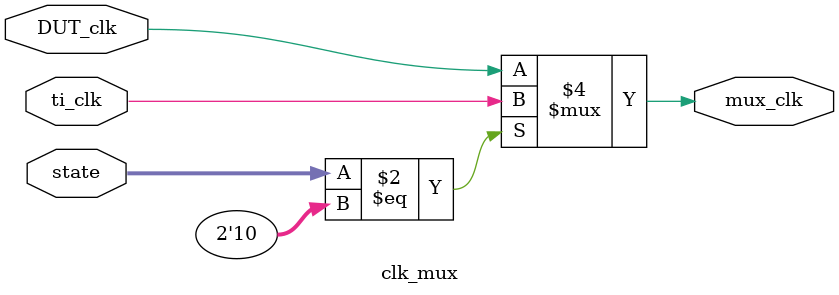
<source format=v>
`timescale 1ns / 1ps

`define RESET 2'b00
`define WRITE_to_FPGA 2'b01
`define READ_to_PC 2'b10
`define STOP 2'b11

module clk_mux(
    input wire DUT_clk,
    input wire ti_clk,
    input wire [1:0] state,
    output reg mux_clk
);

always@* begin
    if (state == `READ_to_PC) mux_clk = ti_clk;
    else mux_clk = DUT_clk;
end

endmodule

</source>
